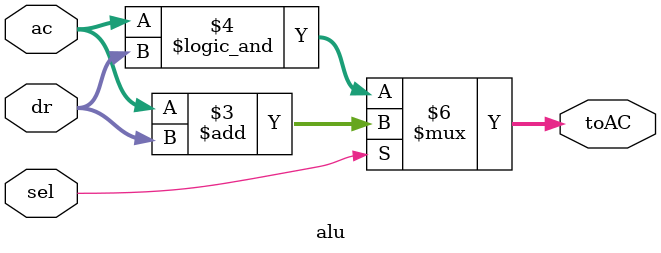
<source format=v>
module alu (ac, dr, sel, toAC  );

input [7:0] ac,dr;
output[7:0] toAC;
reg [7:0] toAC;
input sel;
always @(sel or ac or dr ) 
if (sel==1'b1) 
begin
  toAC = ac+dr;
end
 else
 begin
 toAC = ac && dr;
end
endmodule

</source>
